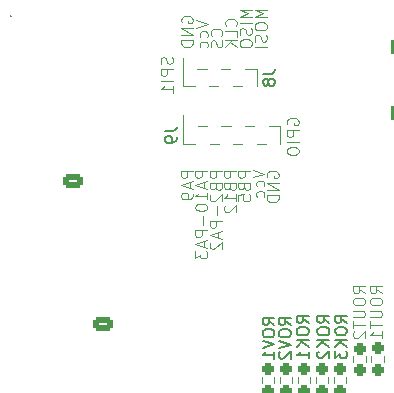
<source format=gbr>
%TF.GenerationSoftware,KiCad,Pcbnew,9.0.4*%
%TF.CreationDate,2025-10-03T18:01:33+02:00*%
%TF.ProjectId,LoraHarvesterBox,4c6f7261-4861-4727-9665-73746572426f,rev?*%
%TF.SameCoordinates,Original*%
%TF.FileFunction,Legend,Bot*%
%TF.FilePolarity,Positive*%
%FSLAX46Y46*%
G04 Gerber Fmt 4.6, Leading zero omitted, Abs format (unit mm)*
G04 Created by KiCad (PCBNEW 9.0.4) date 2025-10-03 18:01:33*
%MOMM*%
%LPD*%
G01*
G04 APERTURE LIST*
G04 Aperture macros list*
%AMRoundRect*
0 Rectangle with rounded corners*
0 $1 Rounding radius*
0 $2 $3 $4 $5 $6 $7 $8 $9 X,Y pos of 4 corners*
0 Add a 4 corners polygon primitive as box body*
4,1,4,$2,$3,$4,$5,$6,$7,$8,$9,$2,$3,0*
0 Add four circle primitives for the rounded corners*
1,1,$1+$1,$2,$3*
1,1,$1+$1,$4,$5*
1,1,$1+$1,$6,$7*
1,1,$1+$1,$8,$9*
0 Add four rect primitives between the rounded corners*
20,1,$1+$1,$2,$3,$4,$5,0*
20,1,$1+$1,$4,$5,$6,$7,0*
20,1,$1+$1,$6,$7,$8,$9,0*
20,1,$1+$1,$8,$9,$2,$3,0*%
G04 Aperture macros list end*
%ADD10C,0.125000*%
%ADD11C,0.100000*%
%ADD12C,0.150000*%
%ADD13C,0.120000*%
%ADD14RoundRect,0.250000X-0.350000X-0.625000X0.350000X-0.625000X0.350000X0.625000X-0.350000X0.625000X0*%
%ADD15O,1.200000X1.750000*%
%ADD16R,1.700000X1.700000*%
%ADD17C,1.700000*%
%ADD18RoundRect,0.250000X-0.625000X0.350000X-0.625000X-0.350000X0.625000X-0.350000X0.625000X0.350000X0*%
%ADD19O,1.750000X1.200000*%
%ADD20C,0.900000*%
%ADD21RoundRect,0.250000X-0.265000X-0.615000X0.265000X-0.615000X0.265000X0.615000X-0.265000X0.615000X0*%
%ADD22O,1.030000X1.730000*%
%ADD23C,2.200000*%
%ADD24RoundRect,0.237500X-0.237500X0.250000X-0.237500X-0.250000X0.237500X-0.250000X0.237500X0.250000X0*%
%ADD25R,0.600000X1.750000*%
%ADD26RoundRect,0.237500X0.237500X-0.250000X0.237500X0.250000X-0.237500X0.250000X-0.237500X-0.250000X0*%
G04 APERTURE END LIST*
D10*
X128188738Y-80584140D02*
X128141119Y-80488902D01*
X128141119Y-80488902D02*
X128141119Y-80346045D01*
X128141119Y-80346045D02*
X128188738Y-80203188D01*
X128188738Y-80203188D02*
X128283976Y-80107950D01*
X128283976Y-80107950D02*
X128379214Y-80060331D01*
X128379214Y-80060331D02*
X128569690Y-80012712D01*
X128569690Y-80012712D02*
X128712547Y-80012712D01*
X128712547Y-80012712D02*
X128903023Y-80060331D01*
X128903023Y-80060331D02*
X128998261Y-80107950D01*
X128998261Y-80107950D02*
X129093500Y-80203188D01*
X129093500Y-80203188D02*
X129141119Y-80346045D01*
X129141119Y-80346045D02*
X129141119Y-80441283D01*
X129141119Y-80441283D02*
X129093500Y-80584140D01*
X129093500Y-80584140D02*
X129045880Y-80631759D01*
X129045880Y-80631759D02*
X128712547Y-80631759D01*
X128712547Y-80631759D02*
X128712547Y-80441283D01*
X129141119Y-81060331D02*
X128141119Y-81060331D01*
X128141119Y-81060331D02*
X129141119Y-81631759D01*
X129141119Y-81631759D02*
X128141119Y-81631759D01*
X129141119Y-82107950D02*
X128141119Y-82107950D01*
X128141119Y-82107950D02*
X128141119Y-82346045D01*
X128141119Y-82346045D02*
X128188738Y-82488902D01*
X128188738Y-82488902D02*
X128283976Y-82584140D01*
X128283976Y-82584140D02*
X128379214Y-82631759D01*
X128379214Y-82631759D02*
X128569690Y-82679378D01*
X128569690Y-82679378D02*
X128712547Y-82679378D01*
X128712547Y-82679378D02*
X128903023Y-82631759D01*
X128903023Y-82631759D02*
X128998261Y-82584140D01*
X128998261Y-82584140D02*
X129093500Y-82488902D01*
X129093500Y-82488902D02*
X129141119Y-82346045D01*
X129141119Y-82346045D02*
X129141119Y-82107950D01*
X120113500Y-70402712D02*
X120161119Y-70545569D01*
X120161119Y-70545569D02*
X120161119Y-70783664D01*
X120161119Y-70783664D02*
X120113500Y-70878902D01*
X120113500Y-70878902D02*
X120065880Y-70926521D01*
X120065880Y-70926521D02*
X119970642Y-70974140D01*
X119970642Y-70974140D02*
X119875404Y-70974140D01*
X119875404Y-70974140D02*
X119780166Y-70926521D01*
X119780166Y-70926521D02*
X119732547Y-70878902D01*
X119732547Y-70878902D02*
X119684928Y-70783664D01*
X119684928Y-70783664D02*
X119637309Y-70593188D01*
X119637309Y-70593188D02*
X119589690Y-70497950D01*
X119589690Y-70497950D02*
X119542071Y-70450331D01*
X119542071Y-70450331D02*
X119446833Y-70402712D01*
X119446833Y-70402712D02*
X119351595Y-70402712D01*
X119351595Y-70402712D02*
X119256357Y-70450331D01*
X119256357Y-70450331D02*
X119208738Y-70497950D01*
X119208738Y-70497950D02*
X119161119Y-70593188D01*
X119161119Y-70593188D02*
X119161119Y-70831283D01*
X119161119Y-70831283D02*
X119208738Y-70974140D01*
X120161119Y-71402712D02*
X119161119Y-71402712D01*
X119161119Y-71402712D02*
X119161119Y-71783664D01*
X119161119Y-71783664D02*
X119208738Y-71878902D01*
X119208738Y-71878902D02*
X119256357Y-71926521D01*
X119256357Y-71926521D02*
X119351595Y-71974140D01*
X119351595Y-71974140D02*
X119494452Y-71974140D01*
X119494452Y-71974140D02*
X119589690Y-71926521D01*
X119589690Y-71926521D02*
X119637309Y-71878902D01*
X119637309Y-71878902D02*
X119684928Y-71783664D01*
X119684928Y-71783664D02*
X119684928Y-71402712D01*
X120161119Y-72402712D02*
X119161119Y-72402712D01*
X120161119Y-73402711D02*
X120161119Y-72831283D01*
X120161119Y-73116997D02*
X119161119Y-73116997D01*
X119161119Y-73116997D02*
X119303976Y-73021759D01*
X119303976Y-73021759D02*
X119399214Y-72926521D01*
X119399214Y-72926521D02*
X119446833Y-72831283D01*
X121891119Y-80060331D02*
X120891119Y-80060331D01*
X120891119Y-80060331D02*
X120891119Y-80441283D01*
X120891119Y-80441283D02*
X120938738Y-80536521D01*
X120938738Y-80536521D02*
X120986357Y-80584140D01*
X120986357Y-80584140D02*
X121081595Y-80631759D01*
X121081595Y-80631759D02*
X121224452Y-80631759D01*
X121224452Y-80631759D02*
X121319690Y-80584140D01*
X121319690Y-80584140D02*
X121367309Y-80536521D01*
X121367309Y-80536521D02*
X121414928Y-80441283D01*
X121414928Y-80441283D02*
X121414928Y-80060331D01*
X121605404Y-81012712D02*
X121605404Y-81488902D01*
X121891119Y-80917474D02*
X120891119Y-81250807D01*
X120891119Y-81250807D02*
X121891119Y-81584140D01*
X121891119Y-81965093D02*
X121891119Y-82155569D01*
X121891119Y-82155569D02*
X121843500Y-82250807D01*
X121843500Y-82250807D02*
X121795880Y-82298426D01*
X121795880Y-82298426D02*
X121653023Y-82393664D01*
X121653023Y-82393664D02*
X121462547Y-82441283D01*
X121462547Y-82441283D02*
X121081595Y-82441283D01*
X121081595Y-82441283D02*
X120986357Y-82393664D01*
X120986357Y-82393664D02*
X120938738Y-82346045D01*
X120938738Y-82346045D02*
X120891119Y-82250807D01*
X120891119Y-82250807D02*
X120891119Y-82060331D01*
X120891119Y-82060331D02*
X120938738Y-81965093D01*
X120938738Y-81965093D02*
X120986357Y-81917474D01*
X120986357Y-81917474D02*
X121081595Y-81869855D01*
X121081595Y-81869855D02*
X121319690Y-81869855D01*
X121319690Y-81869855D02*
X121414928Y-81917474D01*
X121414928Y-81917474D02*
X121462547Y-81965093D01*
X121462547Y-81965093D02*
X121510166Y-82060331D01*
X121510166Y-82060331D02*
X121510166Y-82250807D01*
X121510166Y-82250807D02*
X121462547Y-82346045D01*
X121462547Y-82346045D02*
X121414928Y-82393664D01*
X121414928Y-82393664D02*
X121319690Y-82441283D01*
X128131119Y-66363665D02*
X127131119Y-66363665D01*
X127131119Y-66363665D02*
X127845404Y-66696998D01*
X127845404Y-66696998D02*
X127131119Y-67030331D01*
X127131119Y-67030331D02*
X128131119Y-67030331D01*
X127131119Y-67696998D02*
X127131119Y-67887474D01*
X127131119Y-67887474D02*
X127178738Y-67982712D01*
X127178738Y-67982712D02*
X127273976Y-68077950D01*
X127273976Y-68077950D02*
X127464452Y-68125569D01*
X127464452Y-68125569D02*
X127797785Y-68125569D01*
X127797785Y-68125569D02*
X127988261Y-68077950D01*
X127988261Y-68077950D02*
X128083500Y-67982712D01*
X128083500Y-67982712D02*
X128131119Y-67887474D01*
X128131119Y-67887474D02*
X128131119Y-67696998D01*
X128131119Y-67696998D02*
X128083500Y-67601760D01*
X128083500Y-67601760D02*
X127988261Y-67506522D01*
X127988261Y-67506522D02*
X127797785Y-67458903D01*
X127797785Y-67458903D02*
X127464452Y-67458903D01*
X127464452Y-67458903D02*
X127273976Y-67506522D01*
X127273976Y-67506522D02*
X127178738Y-67601760D01*
X127178738Y-67601760D02*
X127131119Y-67696998D01*
X128083500Y-68506522D02*
X128131119Y-68649379D01*
X128131119Y-68649379D02*
X128131119Y-68887474D01*
X128131119Y-68887474D02*
X128083500Y-68982712D01*
X128083500Y-68982712D02*
X128035880Y-69030331D01*
X128035880Y-69030331D02*
X127940642Y-69077950D01*
X127940642Y-69077950D02*
X127845404Y-69077950D01*
X127845404Y-69077950D02*
X127750166Y-69030331D01*
X127750166Y-69030331D02*
X127702547Y-68982712D01*
X127702547Y-68982712D02*
X127654928Y-68887474D01*
X127654928Y-68887474D02*
X127607309Y-68696998D01*
X127607309Y-68696998D02*
X127559690Y-68601760D01*
X127559690Y-68601760D02*
X127512071Y-68554141D01*
X127512071Y-68554141D02*
X127416833Y-68506522D01*
X127416833Y-68506522D02*
X127321595Y-68506522D01*
X127321595Y-68506522D02*
X127226357Y-68554141D01*
X127226357Y-68554141D02*
X127178738Y-68601760D01*
X127178738Y-68601760D02*
X127131119Y-68696998D01*
X127131119Y-68696998D02*
X127131119Y-68935093D01*
X127131119Y-68935093D02*
X127178738Y-69077950D01*
X128131119Y-69506522D02*
X127131119Y-69506522D01*
X125521119Y-80060331D02*
X124521119Y-80060331D01*
X124521119Y-80060331D02*
X124521119Y-80441283D01*
X124521119Y-80441283D02*
X124568738Y-80536521D01*
X124568738Y-80536521D02*
X124616357Y-80584140D01*
X124616357Y-80584140D02*
X124711595Y-80631759D01*
X124711595Y-80631759D02*
X124854452Y-80631759D01*
X124854452Y-80631759D02*
X124949690Y-80584140D01*
X124949690Y-80584140D02*
X124997309Y-80536521D01*
X124997309Y-80536521D02*
X125044928Y-80441283D01*
X125044928Y-80441283D02*
X125044928Y-80060331D01*
X124997309Y-81393664D02*
X125044928Y-81536521D01*
X125044928Y-81536521D02*
X125092547Y-81584140D01*
X125092547Y-81584140D02*
X125187785Y-81631759D01*
X125187785Y-81631759D02*
X125330642Y-81631759D01*
X125330642Y-81631759D02*
X125425880Y-81584140D01*
X125425880Y-81584140D02*
X125473500Y-81536521D01*
X125473500Y-81536521D02*
X125521119Y-81441283D01*
X125521119Y-81441283D02*
X125521119Y-81060331D01*
X125521119Y-81060331D02*
X124521119Y-81060331D01*
X124521119Y-81060331D02*
X124521119Y-81393664D01*
X124521119Y-81393664D02*
X124568738Y-81488902D01*
X124568738Y-81488902D02*
X124616357Y-81536521D01*
X124616357Y-81536521D02*
X124711595Y-81584140D01*
X124711595Y-81584140D02*
X124806833Y-81584140D01*
X124806833Y-81584140D02*
X124902071Y-81536521D01*
X124902071Y-81536521D02*
X124949690Y-81488902D01*
X124949690Y-81488902D02*
X124997309Y-81393664D01*
X124997309Y-81393664D02*
X124997309Y-81060331D01*
X125521119Y-82584140D02*
X125521119Y-82012712D01*
X125521119Y-82298426D02*
X124521119Y-82298426D01*
X124521119Y-82298426D02*
X124663976Y-82203188D01*
X124663976Y-82203188D02*
X124759214Y-82107950D01*
X124759214Y-82107950D02*
X124806833Y-82012712D01*
X124616357Y-82965093D02*
X124568738Y-83012712D01*
X124568738Y-83012712D02*
X124521119Y-83107950D01*
X124521119Y-83107950D02*
X124521119Y-83346045D01*
X124521119Y-83346045D02*
X124568738Y-83441283D01*
X124568738Y-83441283D02*
X124616357Y-83488902D01*
X124616357Y-83488902D02*
X124711595Y-83536521D01*
X124711595Y-83536521D02*
X124806833Y-83536521D01*
X124806833Y-83536521D02*
X124949690Y-83488902D01*
X124949690Y-83488902D02*
X125521119Y-82917474D01*
X125521119Y-82917474D02*
X125521119Y-83536521D01*
X125505880Y-67744616D02*
X125553500Y-67696997D01*
X125553500Y-67696997D02*
X125601119Y-67554140D01*
X125601119Y-67554140D02*
X125601119Y-67458902D01*
X125601119Y-67458902D02*
X125553500Y-67316045D01*
X125553500Y-67316045D02*
X125458261Y-67220807D01*
X125458261Y-67220807D02*
X125363023Y-67173188D01*
X125363023Y-67173188D02*
X125172547Y-67125569D01*
X125172547Y-67125569D02*
X125029690Y-67125569D01*
X125029690Y-67125569D02*
X124839214Y-67173188D01*
X124839214Y-67173188D02*
X124743976Y-67220807D01*
X124743976Y-67220807D02*
X124648738Y-67316045D01*
X124648738Y-67316045D02*
X124601119Y-67458902D01*
X124601119Y-67458902D02*
X124601119Y-67554140D01*
X124601119Y-67554140D02*
X124648738Y-67696997D01*
X124648738Y-67696997D02*
X124696357Y-67744616D01*
X125601119Y-68649378D02*
X125601119Y-68173188D01*
X125601119Y-68173188D02*
X124601119Y-68173188D01*
X125601119Y-68982712D02*
X124601119Y-68982712D01*
X125601119Y-69554140D02*
X125029690Y-69125569D01*
X124601119Y-69554140D02*
X125172547Y-68982712D01*
X126931119Y-79917474D02*
X127931119Y-80250807D01*
X127931119Y-80250807D02*
X126931119Y-80584140D01*
X127883500Y-81346045D02*
X127931119Y-81250807D01*
X127931119Y-81250807D02*
X127931119Y-81060331D01*
X127931119Y-81060331D02*
X127883500Y-80965093D01*
X127883500Y-80965093D02*
X127835880Y-80917474D01*
X127835880Y-80917474D02*
X127740642Y-80869855D01*
X127740642Y-80869855D02*
X127454928Y-80869855D01*
X127454928Y-80869855D02*
X127359690Y-80917474D01*
X127359690Y-80917474D02*
X127312071Y-80965093D01*
X127312071Y-80965093D02*
X127264452Y-81060331D01*
X127264452Y-81060331D02*
X127264452Y-81250807D01*
X127264452Y-81250807D02*
X127312071Y-81346045D01*
X127883500Y-82203188D02*
X127931119Y-82107950D01*
X127931119Y-82107950D02*
X127931119Y-81917474D01*
X127931119Y-81917474D02*
X127883500Y-81822236D01*
X127883500Y-81822236D02*
X127835880Y-81774617D01*
X127835880Y-81774617D02*
X127740642Y-81726998D01*
X127740642Y-81726998D02*
X127454928Y-81726998D01*
X127454928Y-81726998D02*
X127359690Y-81774617D01*
X127359690Y-81774617D02*
X127312071Y-81822236D01*
X127312071Y-81822236D02*
X127264452Y-81917474D01*
X127264452Y-81917474D02*
X127264452Y-82107950D01*
X127264452Y-82107950D02*
X127312071Y-82203188D01*
D11*
X106433734Y-66835704D02*
X106395639Y-66873800D01*
X106395639Y-66873800D02*
X106433734Y-66911895D01*
X106433734Y-66911895D02*
X106471830Y-66873800D01*
X106471830Y-66873800D02*
X106433734Y-66835704D01*
X106433734Y-66835704D02*
X106433734Y-66911895D01*
D10*
X126731119Y-80060331D02*
X125731119Y-80060331D01*
X125731119Y-80060331D02*
X125731119Y-80441283D01*
X125731119Y-80441283D02*
X125778738Y-80536521D01*
X125778738Y-80536521D02*
X125826357Y-80584140D01*
X125826357Y-80584140D02*
X125921595Y-80631759D01*
X125921595Y-80631759D02*
X126064452Y-80631759D01*
X126064452Y-80631759D02*
X126159690Y-80584140D01*
X126159690Y-80584140D02*
X126207309Y-80536521D01*
X126207309Y-80536521D02*
X126254928Y-80441283D01*
X126254928Y-80441283D02*
X126254928Y-80060331D01*
X126207309Y-81393664D02*
X126254928Y-81536521D01*
X126254928Y-81536521D02*
X126302547Y-81584140D01*
X126302547Y-81584140D02*
X126397785Y-81631759D01*
X126397785Y-81631759D02*
X126540642Y-81631759D01*
X126540642Y-81631759D02*
X126635880Y-81584140D01*
X126635880Y-81584140D02*
X126683500Y-81536521D01*
X126683500Y-81536521D02*
X126731119Y-81441283D01*
X126731119Y-81441283D02*
X126731119Y-81060331D01*
X126731119Y-81060331D02*
X125731119Y-81060331D01*
X125731119Y-81060331D02*
X125731119Y-81393664D01*
X125731119Y-81393664D02*
X125778738Y-81488902D01*
X125778738Y-81488902D02*
X125826357Y-81536521D01*
X125826357Y-81536521D02*
X125921595Y-81584140D01*
X125921595Y-81584140D02*
X126016833Y-81584140D01*
X126016833Y-81584140D02*
X126112071Y-81536521D01*
X126112071Y-81536521D02*
X126159690Y-81488902D01*
X126159690Y-81488902D02*
X126207309Y-81393664D01*
X126207309Y-81393664D02*
X126207309Y-81060331D01*
X125731119Y-82536521D02*
X125731119Y-82060331D01*
X125731119Y-82060331D02*
X126207309Y-82012712D01*
X126207309Y-82012712D02*
X126159690Y-82060331D01*
X126159690Y-82060331D02*
X126112071Y-82155569D01*
X126112071Y-82155569D02*
X126112071Y-82393664D01*
X126112071Y-82393664D02*
X126159690Y-82488902D01*
X126159690Y-82488902D02*
X126207309Y-82536521D01*
X126207309Y-82536521D02*
X126302547Y-82584140D01*
X126302547Y-82584140D02*
X126540642Y-82584140D01*
X126540642Y-82584140D02*
X126635880Y-82536521D01*
X126635880Y-82536521D02*
X126683500Y-82488902D01*
X126683500Y-82488902D02*
X126731119Y-82393664D01*
X126731119Y-82393664D02*
X126731119Y-82155569D01*
X126731119Y-82155569D02*
X126683500Y-82060331D01*
X126683500Y-82060331D02*
X126635880Y-82012712D01*
X120918738Y-67458902D02*
X120871119Y-67363664D01*
X120871119Y-67363664D02*
X120871119Y-67220807D01*
X120871119Y-67220807D02*
X120918738Y-67077950D01*
X120918738Y-67077950D02*
X121013976Y-66982712D01*
X121013976Y-66982712D02*
X121109214Y-66935093D01*
X121109214Y-66935093D02*
X121299690Y-66887474D01*
X121299690Y-66887474D02*
X121442547Y-66887474D01*
X121442547Y-66887474D02*
X121633023Y-66935093D01*
X121633023Y-66935093D02*
X121728261Y-66982712D01*
X121728261Y-66982712D02*
X121823500Y-67077950D01*
X121823500Y-67077950D02*
X121871119Y-67220807D01*
X121871119Y-67220807D02*
X121871119Y-67316045D01*
X121871119Y-67316045D02*
X121823500Y-67458902D01*
X121823500Y-67458902D02*
X121775880Y-67506521D01*
X121775880Y-67506521D02*
X121442547Y-67506521D01*
X121442547Y-67506521D02*
X121442547Y-67316045D01*
X121871119Y-67935093D02*
X120871119Y-67935093D01*
X120871119Y-67935093D02*
X121871119Y-68506521D01*
X121871119Y-68506521D02*
X120871119Y-68506521D01*
X121871119Y-68982712D02*
X120871119Y-68982712D01*
X120871119Y-68982712D02*
X120871119Y-69220807D01*
X120871119Y-69220807D02*
X120918738Y-69363664D01*
X120918738Y-69363664D02*
X121013976Y-69458902D01*
X121013976Y-69458902D02*
X121109214Y-69506521D01*
X121109214Y-69506521D02*
X121299690Y-69554140D01*
X121299690Y-69554140D02*
X121442547Y-69554140D01*
X121442547Y-69554140D02*
X121633023Y-69506521D01*
X121633023Y-69506521D02*
X121728261Y-69458902D01*
X121728261Y-69458902D02*
X121823500Y-69363664D01*
X121823500Y-69363664D02*
X121871119Y-69220807D01*
X121871119Y-69220807D02*
X121871119Y-68982712D01*
X129888738Y-76094140D02*
X129841119Y-75998902D01*
X129841119Y-75998902D02*
X129841119Y-75856045D01*
X129841119Y-75856045D02*
X129888738Y-75713188D01*
X129888738Y-75713188D02*
X129983976Y-75617950D01*
X129983976Y-75617950D02*
X130079214Y-75570331D01*
X130079214Y-75570331D02*
X130269690Y-75522712D01*
X130269690Y-75522712D02*
X130412547Y-75522712D01*
X130412547Y-75522712D02*
X130603023Y-75570331D01*
X130603023Y-75570331D02*
X130698261Y-75617950D01*
X130698261Y-75617950D02*
X130793500Y-75713188D01*
X130793500Y-75713188D02*
X130841119Y-75856045D01*
X130841119Y-75856045D02*
X130841119Y-75951283D01*
X130841119Y-75951283D02*
X130793500Y-76094140D01*
X130793500Y-76094140D02*
X130745880Y-76141759D01*
X130745880Y-76141759D02*
X130412547Y-76141759D01*
X130412547Y-76141759D02*
X130412547Y-75951283D01*
X130841119Y-76570331D02*
X129841119Y-76570331D01*
X129841119Y-76570331D02*
X129841119Y-76951283D01*
X129841119Y-76951283D02*
X129888738Y-77046521D01*
X129888738Y-77046521D02*
X129936357Y-77094140D01*
X129936357Y-77094140D02*
X130031595Y-77141759D01*
X130031595Y-77141759D02*
X130174452Y-77141759D01*
X130174452Y-77141759D02*
X130269690Y-77094140D01*
X130269690Y-77094140D02*
X130317309Y-77046521D01*
X130317309Y-77046521D02*
X130364928Y-76951283D01*
X130364928Y-76951283D02*
X130364928Y-76570331D01*
X130841119Y-77570331D02*
X129841119Y-77570331D01*
X129841119Y-78236997D02*
X129841119Y-78427473D01*
X129841119Y-78427473D02*
X129888738Y-78522711D01*
X129888738Y-78522711D02*
X129983976Y-78617949D01*
X129983976Y-78617949D02*
X130174452Y-78665568D01*
X130174452Y-78665568D02*
X130507785Y-78665568D01*
X130507785Y-78665568D02*
X130698261Y-78617949D01*
X130698261Y-78617949D02*
X130793500Y-78522711D01*
X130793500Y-78522711D02*
X130841119Y-78427473D01*
X130841119Y-78427473D02*
X130841119Y-78236997D01*
X130841119Y-78236997D02*
X130793500Y-78141759D01*
X130793500Y-78141759D02*
X130698261Y-78046521D01*
X130698261Y-78046521D02*
X130507785Y-77998902D01*
X130507785Y-77998902D02*
X130174452Y-77998902D01*
X130174452Y-77998902D02*
X129983976Y-78046521D01*
X129983976Y-78046521D02*
X129888738Y-78141759D01*
X129888738Y-78141759D02*
X129841119Y-78236997D01*
X124285880Y-68601759D02*
X124333500Y-68554140D01*
X124333500Y-68554140D02*
X124381119Y-68411283D01*
X124381119Y-68411283D02*
X124381119Y-68316045D01*
X124381119Y-68316045D02*
X124333500Y-68173188D01*
X124333500Y-68173188D02*
X124238261Y-68077950D01*
X124238261Y-68077950D02*
X124143023Y-68030331D01*
X124143023Y-68030331D02*
X123952547Y-67982712D01*
X123952547Y-67982712D02*
X123809690Y-67982712D01*
X123809690Y-67982712D02*
X123619214Y-68030331D01*
X123619214Y-68030331D02*
X123523976Y-68077950D01*
X123523976Y-68077950D02*
X123428738Y-68173188D01*
X123428738Y-68173188D02*
X123381119Y-68316045D01*
X123381119Y-68316045D02*
X123381119Y-68411283D01*
X123381119Y-68411283D02*
X123428738Y-68554140D01*
X123428738Y-68554140D02*
X123476357Y-68601759D01*
X124333500Y-68982712D02*
X124381119Y-69125569D01*
X124381119Y-69125569D02*
X124381119Y-69363664D01*
X124381119Y-69363664D02*
X124333500Y-69458902D01*
X124333500Y-69458902D02*
X124285880Y-69506521D01*
X124285880Y-69506521D02*
X124190642Y-69554140D01*
X124190642Y-69554140D02*
X124095404Y-69554140D01*
X124095404Y-69554140D02*
X124000166Y-69506521D01*
X124000166Y-69506521D02*
X123952547Y-69458902D01*
X123952547Y-69458902D02*
X123904928Y-69363664D01*
X123904928Y-69363664D02*
X123857309Y-69173188D01*
X123857309Y-69173188D02*
X123809690Y-69077950D01*
X123809690Y-69077950D02*
X123762071Y-69030331D01*
X123762071Y-69030331D02*
X123666833Y-68982712D01*
X123666833Y-68982712D02*
X123571595Y-68982712D01*
X123571595Y-68982712D02*
X123476357Y-69030331D01*
X123476357Y-69030331D02*
X123428738Y-69077950D01*
X123428738Y-69077950D02*
X123381119Y-69173188D01*
X123381119Y-69173188D02*
X123381119Y-69411283D01*
X123381119Y-69411283D02*
X123428738Y-69554140D01*
X122131119Y-67268426D02*
X123131119Y-67601759D01*
X123131119Y-67601759D02*
X122131119Y-67935092D01*
X123083500Y-68696997D02*
X123131119Y-68601759D01*
X123131119Y-68601759D02*
X123131119Y-68411283D01*
X123131119Y-68411283D02*
X123083500Y-68316045D01*
X123083500Y-68316045D02*
X123035880Y-68268426D01*
X123035880Y-68268426D02*
X122940642Y-68220807D01*
X122940642Y-68220807D02*
X122654928Y-68220807D01*
X122654928Y-68220807D02*
X122559690Y-68268426D01*
X122559690Y-68268426D02*
X122512071Y-68316045D01*
X122512071Y-68316045D02*
X122464452Y-68411283D01*
X122464452Y-68411283D02*
X122464452Y-68601759D01*
X122464452Y-68601759D02*
X122512071Y-68696997D01*
X123083500Y-69554140D02*
X123131119Y-69458902D01*
X123131119Y-69458902D02*
X123131119Y-69268426D01*
X123131119Y-69268426D02*
X123083500Y-69173188D01*
X123083500Y-69173188D02*
X123035880Y-69125569D01*
X123035880Y-69125569D02*
X122940642Y-69077950D01*
X122940642Y-69077950D02*
X122654928Y-69077950D01*
X122654928Y-69077950D02*
X122559690Y-69125569D01*
X122559690Y-69125569D02*
X122512071Y-69173188D01*
X122512071Y-69173188D02*
X122464452Y-69268426D01*
X122464452Y-69268426D02*
X122464452Y-69458902D01*
X122464452Y-69458902D02*
X122512071Y-69554140D01*
X124321119Y-80060331D02*
X123321119Y-80060331D01*
X123321119Y-80060331D02*
X123321119Y-80441283D01*
X123321119Y-80441283D02*
X123368738Y-80536521D01*
X123368738Y-80536521D02*
X123416357Y-80584140D01*
X123416357Y-80584140D02*
X123511595Y-80631759D01*
X123511595Y-80631759D02*
X123654452Y-80631759D01*
X123654452Y-80631759D02*
X123749690Y-80584140D01*
X123749690Y-80584140D02*
X123797309Y-80536521D01*
X123797309Y-80536521D02*
X123844928Y-80441283D01*
X123844928Y-80441283D02*
X123844928Y-80060331D01*
X123797309Y-81393664D02*
X123844928Y-81536521D01*
X123844928Y-81536521D02*
X123892547Y-81584140D01*
X123892547Y-81584140D02*
X123987785Y-81631759D01*
X123987785Y-81631759D02*
X124130642Y-81631759D01*
X124130642Y-81631759D02*
X124225880Y-81584140D01*
X124225880Y-81584140D02*
X124273500Y-81536521D01*
X124273500Y-81536521D02*
X124321119Y-81441283D01*
X124321119Y-81441283D02*
X124321119Y-81060331D01*
X124321119Y-81060331D02*
X123321119Y-81060331D01*
X123321119Y-81060331D02*
X123321119Y-81393664D01*
X123321119Y-81393664D02*
X123368738Y-81488902D01*
X123368738Y-81488902D02*
X123416357Y-81536521D01*
X123416357Y-81536521D02*
X123511595Y-81584140D01*
X123511595Y-81584140D02*
X123606833Y-81584140D01*
X123606833Y-81584140D02*
X123702071Y-81536521D01*
X123702071Y-81536521D02*
X123749690Y-81488902D01*
X123749690Y-81488902D02*
X123797309Y-81393664D01*
X123797309Y-81393664D02*
X123797309Y-81060331D01*
X123416357Y-82012712D02*
X123368738Y-82060331D01*
X123368738Y-82060331D02*
X123321119Y-82155569D01*
X123321119Y-82155569D02*
X123321119Y-82393664D01*
X123321119Y-82393664D02*
X123368738Y-82488902D01*
X123368738Y-82488902D02*
X123416357Y-82536521D01*
X123416357Y-82536521D02*
X123511595Y-82584140D01*
X123511595Y-82584140D02*
X123606833Y-82584140D01*
X123606833Y-82584140D02*
X123749690Y-82536521D01*
X123749690Y-82536521D02*
X124321119Y-81965093D01*
X124321119Y-81965093D02*
X124321119Y-82584140D01*
X123940166Y-83012712D02*
X123940166Y-83774617D01*
X124321119Y-84250807D02*
X123321119Y-84250807D01*
X123321119Y-84250807D02*
X123321119Y-84631759D01*
X123321119Y-84631759D02*
X123368738Y-84726997D01*
X123368738Y-84726997D02*
X123416357Y-84774616D01*
X123416357Y-84774616D02*
X123511595Y-84822235D01*
X123511595Y-84822235D02*
X123654452Y-84822235D01*
X123654452Y-84822235D02*
X123749690Y-84774616D01*
X123749690Y-84774616D02*
X123797309Y-84726997D01*
X123797309Y-84726997D02*
X123844928Y-84631759D01*
X123844928Y-84631759D02*
X123844928Y-84250807D01*
X124035404Y-85203188D02*
X124035404Y-85679378D01*
X124321119Y-85107950D02*
X123321119Y-85441283D01*
X123321119Y-85441283D02*
X124321119Y-85774616D01*
X123416357Y-86060331D02*
X123368738Y-86107950D01*
X123368738Y-86107950D02*
X123321119Y-86203188D01*
X123321119Y-86203188D02*
X123321119Y-86441283D01*
X123321119Y-86441283D02*
X123368738Y-86536521D01*
X123368738Y-86536521D02*
X123416357Y-86584140D01*
X123416357Y-86584140D02*
X123511595Y-86631759D01*
X123511595Y-86631759D02*
X123606833Y-86631759D01*
X123606833Y-86631759D02*
X123749690Y-86584140D01*
X123749690Y-86584140D02*
X124321119Y-86012712D01*
X124321119Y-86012712D02*
X124321119Y-86631759D01*
X126861119Y-66363665D02*
X125861119Y-66363665D01*
X125861119Y-66363665D02*
X126575404Y-66696998D01*
X126575404Y-66696998D02*
X125861119Y-67030331D01*
X125861119Y-67030331D02*
X126861119Y-67030331D01*
X126861119Y-67506522D02*
X125861119Y-67506522D01*
X126813500Y-67935093D02*
X126861119Y-68077950D01*
X126861119Y-68077950D02*
X126861119Y-68316045D01*
X126861119Y-68316045D02*
X126813500Y-68411283D01*
X126813500Y-68411283D02*
X126765880Y-68458902D01*
X126765880Y-68458902D02*
X126670642Y-68506521D01*
X126670642Y-68506521D02*
X126575404Y-68506521D01*
X126575404Y-68506521D02*
X126480166Y-68458902D01*
X126480166Y-68458902D02*
X126432547Y-68411283D01*
X126432547Y-68411283D02*
X126384928Y-68316045D01*
X126384928Y-68316045D02*
X126337309Y-68125569D01*
X126337309Y-68125569D02*
X126289690Y-68030331D01*
X126289690Y-68030331D02*
X126242071Y-67982712D01*
X126242071Y-67982712D02*
X126146833Y-67935093D01*
X126146833Y-67935093D02*
X126051595Y-67935093D01*
X126051595Y-67935093D02*
X125956357Y-67982712D01*
X125956357Y-67982712D02*
X125908738Y-68030331D01*
X125908738Y-68030331D02*
X125861119Y-68125569D01*
X125861119Y-68125569D02*
X125861119Y-68363664D01*
X125861119Y-68363664D02*
X125908738Y-68506521D01*
X125861119Y-69125569D02*
X125861119Y-69316045D01*
X125861119Y-69316045D02*
X125908738Y-69411283D01*
X125908738Y-69411283D02*
X126003976Y-69506521D01*
X126003976Y-69506521D02*
X126194452Y-69554140D01*
X126194452Y-69554140D02*
X126527785Y-69554140D01*
X126527785Y-69554140D02*
X126718261Y-69506521D01*
X126718261Y-69506521D02*
X126813500Y-69411283D01*
X126813500Y-69411283D02*
X126861119Y-69316045D01*
X126861119Y-69316045D02*
X126861119Y-69125569D01*
X126861119Y-69125569D02*
X126813500Y-69030331D01*
X126813500Y-69030331D02*
X126718261Y-68935093D01*
X126718261Y-68935093D02*
X126527785Y-68887474D01*
X126527785Y-68887474D02*
X126194452Y-68887474D01*
X126194452Y-68887474D02*
X126003976Y-68935093D01*
X126003976Y-68935093D02*
X125908738Y-69030331D01*
X125908738Y-69030331D02*
X125861119Y-69125569D01*
X123091119Y-80060331D02*
X122091119Y-80060331D01*
X122091119Y-80060331D02*
X122091119Y-80441283D01*
X122091119Y-80441283D02*
X122138738Y-80536521D01*
X122138738Y-80536521D02*
X122186357Y-80584140D01*
X122186357Y-80584140D02*
X122281595Y-80631759D01*
X122281595Y-80631759D02*
X122424452Y-80631759D01*
X122424452Y-80631759D02*
X122519690Y-80584140D01*
X122519690Y-80584140D02*
X122567309Y-80536521D01*
X122567309Y-80536521D02*
X122614928Y-80441283D01*
X122614928Y-80441283D02*
X122614928Y-80060331D01*
X122805404Y-81012712D02*
X122805404Y-81488902D01*
X123091119Y-80917474D02*
X122091119Y-81250807D01*
X122091119Y-81250807D02*
X123091119Y-81584140D01*
X123091119Y-82441283D02*
X123091119Y-81869855D01*
X123091119Y-82155569D02*
X122091119Y-82155569D01*
X122091119Y-82155569D02*
X122233976Y-82060331D01*
X122233976Y-82060331D02*
X122329214Y-81965093D01*
X122329214Y-81965093D02*
X122376833Y-81869855D01*
X122091119Y-83060331D02*
X122091119Y-83155569D01*
X122091119Y-83155569D02*
X122138738Y-83250807D01*
X122138738Y-83250807D02*
X122186357Y-83298426D01*
X122186357Y-83298426D02*
X122281595Y-83346045D01*
X122281595Y-83346045D02*
X122472071Y-83393664D01*
X122472071Y-83393664D02*
X122710166Y-83393664D01*
X122710166Y-83393664D02*
X122900642Y-83346045D01*
X122900642Y-83346045D02*
X122995880Y-83298426D01*
X122995880Y-83298426D02*
X123043500Y-83250807D01*
X123043500Y-83250807D02*
X123091119Y-83155569D01*
X123091119Y-83155569D02*
X123091119Y-83060331D01*
X123091119Y-83060331D02*
X123043500Y-82965093D01*
X123043500Y-82965093D02*
X122995880Y-82917474D01*
X122995880Y-82917474D02*
X122900642Y-82869855D01*
X122900642Y-82869855D02*
X122710166Y-82822236D01*
X122710166Y-82822236D02*
X122472071Y-82822236D01*
X122472071Y-82822236D02*
X122281595Y-82869855D01*
X122281595Y-82869855D02*
X122186357Y-82917474D01*
X122186357Y-82917474D02*
X122138738Y-82965093D01*
X122138738Y-82965093D02*
X122091119Y-83060331D01*
X122710166Y-83822236D02*
X122710166Y-84584141D01*
X123091119Y-85060331D02*
X122091119Y-85060331D01*
X122091119Y-85060331D02*
X122091119Y-85441283D01*
X122091119Y-85441283D02*
X122138738Y-85536521D01*
X122138738Y-85536521D02*
X122186357Y-85584140D01*
X122186357Y-85584140D02*
X122281595Y-85631759D01*
X122281595Y-85631759D02*
X122424452Y-85631759D01*
X122424452Y-85631759D02*
X122519690Y-85584140D01*
X122519690Y-85584140D02*
X122567309Y-85536521D01*
X122567309Y-85536521D02*
X122614928Y-85441283D01*
X122614928Y-85441283D02*
X122614928Y-85060331D01*
X122805404Y-86012712D02*
X122805404Y-86488902D01*
X123091119Y-85917474D02*
X122091119Y-86250807D01*
X122091119Y-86250807D02*
X123091119Y-86584140D01*
X122091119Y-86822236D02*
X122091119Y-87441283D01*
X122091119Y-87441283D02*
X122472071Y-87107950D01*
X122472071Y-87107950D02*
X122472071Y-87250807D01*
X122472071Y-87250807D02*
X122519690Y-87346045D01*
X122519690Y-87346045D02*
X122567309Y-87393664D01*
X122567309Y-87393664D02*
X122662547Y-87441283D01*
X122662547Y-87441283D02*
X122900642Y-87441283D01*
X122900642Y-87441283D02*
X122995880Y-87393664D01*
X122995880Y-87393664D02*
X123043500Y-87346045D01*
X123043500Y-87346045D02*
X123091119Y-87250807D01*
X123091119Y-87250807D02*
X123091119Y-86965093D01*
X123091119Y-86965093D02*
X123043500Y-86869855D01*
X123043500Y-86869855D02*
X122995880Y-86822236D01*
D12*
X131674819Y-92889523D02*
X131198628Y-92556190D01*
X131674819Y-92318095D02*
X130674819Y-92318095D01*
X130674819Y-92318095D02*
X130674819Y-92699047D01*
X130674819Y-92699047D02*
X130722438Y-92794285D01*
X130722438Y-92794285D02*
X130770057Y-92841904D01*
X130770057Y-92841904D02*
X130865295Y-92889523D01*
X130865295Y-92889523D02*
X131008152Y-92889523D01*
X131008152Y-92889523D02*
X131103390Y-92841904D01*
X131103390Y-92841904D02*
X131151009Y-92794285D01*
X131151009Y-92794285D02*
X131198628Y-92699047D01*
X131198628Y-92699047D02*
X131198628Y-92318095D01*
X130674819Y-93508571D02*
X130674819Y-93699047D01*
X130674819Y-93699047D02*
X130722438Y-93794285D01*
X130722438Y-93794285D02*
X130817676Y-93889523D01*
X130817676Y-93889523D02*
X131008152Y-93937142D01*
X131008152Y-93937142D02*
X131341485Y-93937142D01*
X131341485Y-93937142D02*
X131531961Y-93889523D01*
X131531961Y-93889523D02*
X131627200Y-93794285D01*
X131627200Y-93794285D02*
X131674819Y-93699047D01*
X131674819Y-93699047D02*
X131674819Y-93508571D01*
X131674819Y-93508571D02*
X131627200Y-93413333D01*
X131627200Y-93413333D02*
X131531961Y-93318095D01*
X131531961Y-93318095D02*
X131341485Y-93270476D01*
X131341485Y-93270476D02*
X131008152Y-93270476D01*
X131008152Y-93270476D02*
X130817676Y-93318095D01*
X130817676Y-93318095D02*
X130722438Y-93413333D01*
X130722438Y-93413333D02*
X130674819Y-93508571D01*
X131674819Y-94365714D02*
X130674819Y-94365714D01*
X131674819Y-94937142D02*
X131103390Y-94508571D01*
X130674819Y-94937142D02*
X131246247Y-94365714D01*
X131674819Y-95889523D02*
X131674819Y-95318095D01*
X131674819Y-95603809D02*
X130674819Y-95603809D01*
X130674819Y-95603809D02*
X130817676Y-95508571D01*
X130817676Y-95508571D02*
X130912914Y-95413333D01*
X130912914Y-95413333D02*
X130960533Y-95318095D01*
X133424819Y-92889523D02*
X132948628Y-92556190D01*
X133424819Y-92318095D02*
X132424819Y-92318095D01*
X132424819Y-92318095D02*
X132424819Y-92699047D01*
X132424819Y-92699047D02*
X132472438Y-92794285D01*
X132472438Y-92794285D02*
X132520057Y-92841904D01*
X132520057Y-92841904D02*
X132615295Y-92889523D01*
X132615295Y-92889523D02*
X132758152Y-92889523D01*
X132758152Y-92889523D02*
X132853390Y-92841904D01*
X132853390Y-92841904D02*
X132901009Y-92794285D01*
X132901009Y-92794285D02*
X132948628Y-92699047D01*
X132948628Y-92699047D02*
X132948628Y-92318095D01*
X132424819Y-93508571D02*
X132424819Y-93699047D01*
X132424819Y-93699047D02*
X132472438Y-93794285D01*
X132472438Y-93794285D02*
X132567676Y-93889523D01*
X132567676Y-93889523D02*
X132758152Y-93937142D01*
X132758152Y-93937142D02*
X133091485Y-93937142D01*
X133091485Y-93937142D02*
X133281961Y-93889523D01*
X133281961Y-93889523D02*
X133377200Y-93794285D01*
X133377200Y-93794285D02*
X133424819Y-93699047D01*
X133424819Y-93699047D02*
X133424819Y-93508571D01*
X133424819Y-93508571D02*
X133377200Y-93413333D01*
X133377200Y-93413333D02*
X133281961Y-93318095D01*
X133281961Y-93318095D02*
X133091485Y-93270476D01*
X133091485Y-93270476D02*
X132758152Y-93270476D01*
X132758152Y-93270476D02*
X132567676Y-93318095D01*
X132567676Y-93318095D02*
X132472438Y-93413333D01*
X132472438Y-93413333D02*
X132424819Y-93508571D01*
X133424819Y-94365714D02*
X132424819Y-94365714D01*
X133424819Y-94937142D02*
X132853390Y-94508571D01*
X132424819Y-94937142D02*
X132996247Y-94365714D01*
X132520057Y-95318095D02*
X132472438Y-95365714D01*
X132472438Y-95365714D02*
X132424819Y-95460952D01*
X132424819Y-95460952D02*
X132424819Y-95699047D01*
X132424819Y-95699047D02*
X132472438Y-95794285D01*
X132472438Y-95794285D02*
X132520057Y-95841904D01*
X132520057Y-95841904D02*
X132615295Y-95889523D01*
X132615295Y-95889523D02*
X132710533Y-95889523D01*
X132710533Y-95889523D02*
X132853390Y-95841904D01*
X132853390Y-95841904D02*
X133424819Y-95270476D01*
X133424819Y-95270476D02*
X133424819Y-95889523D01*
X127824819Y-71796666D02*
X128539104Y-71796666D01*
X128539104Y-71796666D02*
X128681961Y-71749047D01*
X128681961Y-71749047D02*
X128777200Y-71653809D01*
X128777200Y-71653809D02*
X128824819Y-71510952D01*
X128824819Y-71510952D02*
X128824819Y-71415714D01*
X128253390Y-72415714D02*
X128205771Y-72320476D01*
X128205771Y-72320476D02*
X128158152Y-72272857D01*
X128158152Y-72272857D02*
X128062914Y-72225238D01*
X128062914Y-72225238D02*
X128015295Y-72225238D01*
X128015295Y-72225238D02*
X127920057Y-72272857D01*
X127920057Y-72272857D02*
X127872438Y-72320476D01*
X127872438Y-72320476D02*
X127824819Y-72415714D01*
X127824819Y-72415714D02*
X127824819Y-72606190D01*
X127824819Y-72606190D02*
X127872438Y-72701428D01*
X127872438Y-72701428D02*
X127920057Y-72749047D01*
X127920057Y-72749047D02*
X128015295Y-72796666D01*
X128015295Y-72796666D02*
X128062914Y-72796666D01*
X128062914Y-72796666D02*
X128158152Y-72749047D01*
X128158152Y-72749047D02*
X128205771Y-72701428D01*
X128205771Y-72701428D02*
X128253390Y-72606190D01*
X128253390Y-72606190D02*
X128253390Y-72415714D01*
X128253390Y-72415714D02*
X128301009Y-72320476D01*
X128301009Y-72320476D02*
X128348628Y-72272857D01*
X128348628Y-72272857D02*
X128443866Y-72225238D01*
X128443866Y-72225238D02*
X128634342Y-72225238D01*
X128634342Y-72225238D02*
X128729580Y-72272857D01*
X128729580Y-72272857D02*
X128777200Y-72320476D01*
X128777200Y-72320476D02*
X128824819Y-72415714D01*
X128824819Y-72415714D02*
X128824819Y-72606190D01*
X128824819Y-72606190D02*
X128777200Y-72701428D01*
X128777200Y-72701428D02*
X128729580Y-72749047D01*
X128729580Y-72749047D02*
X128634342Y-72796666D01*
X128634342Y-72796666D02*
X128443866Y-72796666D01*
X128443866Y-72796666D02*
X128348628Y-72749047D01*
X128348628Y-72749047D02*
X128301009Y-72701428D01*
X128301009Y-72701428D02*
X128253390Y-72606190D01*
X128784819Y-93053452D02*
X128308628Y-92720119D01*
X128784819Y-92482024D02*
X127784819Y-92482024D01*
X127784819Y-92482024D02*
X127784819Y-92862976D01*
X127784819Y-92862976D02*
X127832438Y-92958214D01*
X127832438Y-92958214D02*
X127880057Y-93005833D01*
X127880057Y-93005833D02*
X127975295Y-93053452D01*
X127975295Y-93053452D02*
X128118152Y-93053452D01*
X128118152Y-93053452D02*
X128213390Y-93005833D01*
X128213390Y-93005833D02*
X128261009Y-92958214D01*
X128261009Y-92958214D02*
X128308628Y-92862976D01*
X128308628Y-92862976D02*
X128308628Y-92482024D01*
X127784819Y-93672500D02*
X127784819Y-93862976D01*
X127784819Y-93862976D02*
X127832438Y-93958214D01*
X127832438Y-93958214D02*
X127927676Y-94053452D01*
X127927676Y-94053452D02*
X128118152Y-94101071D01*
X128118152Y-94101071D02*
X128451485Y-94101071D01*
X128451485Y-94101071D02*
X128641961Y-94053452D01*
X128641961Y-94053452D02*
X128737200Y-93958214D01*
X128737200Y-93958214D02*
X128784819Y-93862976D01*
X128784819Y-93862976D02*
X128784819Y-93672500D01*
X128784819Y-93672500D02*
X128737200Y-93577262D01*
X128737200Y-93577262D02*
X128641961Y-93482024D01*
X128641961Y-93482024D02*
X128451485Y-93434405D01*
X128451485Y-93434405D02*
X128118152Y-93434405D01*
X128118152Y-93434405D02*
X127927676Y-93482024D01*
X127927676Y-93482024D02*
X127832438Y-93577262D01*
X127832438Y-93577262D02*
X127784819Y-93672500D01*
X127784819Y-94386786D02*
X128784819Y-94720119D01*
X128784819Y-94720119D02*
X127784819Y-95053452D01*
X128784819Y-95910595D02*
X128784819Y-95339167D01*
X128784819Y-95624881D02*
X127784819Y-95624881D01*
X127784819Y-95624881D02*
X127927676Y-95529643D01*
X127927676Y-95529643D02*
X128022914Y-95434405D01*
X128022914Y-95434405D02*
X128070533Y-95339167D01*
D10*
X137896119Y-90374761D02*
X137419928Y-90041428D01*
X137896119Y-89803333D02*
X136896119Y-89803333D01*
X136896119Y-89803333D02*
X136896119Y-90184285D01*
X136896119Y-90184285D02*
X136943738Y-90279523D01*
X136943738Y-90279523D02*
X136991357Y-90327142D01*
X136991357Y-90327142D02*
X137086595Y-90374761D01*
X137086595Y-90374761D02*
X137229452Y-90374761D01*
X137229452Y-90374761D02*
X137324690Y-90327142D01*
X137324690Y-90327142D02*
X137372309Y-90279523D01*
X137372309Y-90279523D02*
X137419928Y-90184285D01*
X137419928Y-90184285D02*
X137419928Y-89803333D01*
X136896119Y-90993809D02*
X136896119Y-91184285D01*
X136896119Y-91184285D02*
X136943738Y-91279523D01*
X136943738Y-91279523D02*
X137038976Y-91374761D01*
X137038976Y-91374761D02*
X137229452Y-91422380D01*
X137229452Y-91422380D02*
X137562785Y-91422380D01*
X137562785Y-91422380D02*
X137753261Y-91374761D01*
X137753261Y-91374761D02*
X137848500Y-91279523D01*
X137848500Y-91279523D02*
X137896119Y-91184285D01*
X137896119Y-91184285D02*
X137896119Y-90993809D01*
X137896119Y-90993809D02*
X137848500Y-90898571D01*
X137848500Y-90898571D02*
X137753261Y-90803333D01*
X137753261Y-90803333D02*
X137562785Y-90755714D01*
X137562785Y-90755714D02*
X137229452Y-90755714D01*
X137229452Y-90755714D02*
X137038976Y-90803333D01*
X137038976Y-90803333D02*
X136943738Y-90898571D01*
X136943738Y-90898571D02*
X136896119Y-90993809D01*
X136896119Y-91850952D02*
X137705642Y-91850952D01*
X137705642Y-91850952D02*
X137800880Y-91898571D01*
X137800880Y-91898571D02*
X137848500Y-91946190D01*
X137848500Y-91946190D02*
X137896119Y-92041428D01*
X137896119Y-92041428D02*
X137896119Y-92231904D01*
X137896119Y-92231904D02*
X137848500Y-92327142D01*
X137848500Y-92327142D02*
X137800880Y-92374761D01*
X137800880Y-92374761D02*
X137705642Y-92422380D01*
X137705642Y-92422380D02*
X136896119Y-92422380D01*
X136896119Y-92755714D02*
X136896119Y-93327142D01*
X137896119Y-93041428D02*
X136896119Y-93041428D01*
X137896119Y-94184285D02*
X137896119Y-93612857D01*
X137896119Y-93898571D02*
X136896119Y-93898571D01*
X136896119Y-93898571D02*
X137038976Y-93803333D01*
X137038976Y-93803333D02*
X137134214Y-93708095D01*
X137134214Y-93708095D02*
X137181833Y-93612857D01*
D12*
X134914819Y-92887023D02*
X134438628Y-92553690D01*
X134914819Y-92315595D02*
X133914819Y-92315595D01*
X133914819Y-92315595D02*
X133914819Y-92696547D01*
X133914819Y-92696547D02*
X133962438Y-92791785D01*
X133962438Y-92791785D02*
X134010057Y-92839404D01*
X134010057Y-92839404D02*
X134105295Y-92887023D01*
X134105295Y-92887023D02*
X134248152Y-92887023D01*
X134248152Y-92887023D02*
X134343390Y-92839404D01*
X134343390Y-92839404D02*
X134391009Y-92791785D01*
X134391009Y-92791785D02*
X134438628Y-92696547D01*
X134438628Y-92696547D02*
X134438628Y-92315595D01*
X133914819Y-93506071D02*
X133914819Y-93696547D01*
X133914819Y-93696547D02*
X133962438Y-93791785D01*
X133962438Y-93791785D02*
X134057676Y-93887023D01*
X134057676Y-93887023D02*
X134248152Y-93934642D01*
X134248152Y-93934642D02*
X134581485Y-93934642D01*
X134581485Y-93934642D02*
X134771961Y-93887023D01*
X134771961Y-93887023D02*
X134867200Y-93791785D01*
X134867200Y-93791785D02*
X134914819Y-93696547D01*
X134914819Y-93696547D02*
X134914819Y-93506071D01*
X134914819Y-93506071D02*
X134867200Y-93410833D01*
X134867200Y-93410833D02*
X134771961Y-93315595D01*
X134771961Y-93315595D02*
X134581485Y-93267976D01*
X134581485Y-93267976D02*
X134248152Y-93267976D01*
X134248152Y-93267976D02*
X134057676Y-93315595D01*
X134057676Y-93315595D02*
X133962438Y-93410833D01*
X133962438Y-93410833D02*
X133914819Y-93506071D01*
X134914819Y-94363214D02*
X133914819Y-94363214D01*
X134914819Y-94934642D02*
X134343390Y-94506071D01*
X133914819Y-94934642D02*
X134486247Y-94363214D01*
X133914819Y-95267976D02*
X133914819Y-95887023D01*
X133914819Y-95887023D02*
X134295771Y-95553690D01*
X134295771Y-95553690D02*
X134295771Y-95696547D01*
X134295771Y-95696547D02*
X134343390Y-95791785D01*
X134343390Y-95791785D02*
X134391009Y-95839404D01*
X134391009Y-95839404D02*
X134486247Y-95887023D01*
X134486247Y-95887023D02*
X134724342Y-95887023D01*
X134724342Y-95887023D02*
X134819580Y-95839404D01*
X134819580Y-95839404D02*
X134867200Y-95791785D01*
X134867200Y-95791785D02*
X134914819Y-95696547D01*
X134914819Y-95696547D02*
X134914819Y-95410833D01*
X134914819Y-95410833D02*
X134867200Y-95315595D01*
X134867200Y-95315595D02*
X134819580Y-95267976D01*
X130164819Y-93060952D02*
X129688628Y-92727619D01*
X130164819Y-92489524D02*
X129164819Y-92489524D01*
X129164819Y-92489524D02*
X129164819Y-92870476D01*
X129164819Y-92870476D02*
X129212438Y-92965714D01*
X129212438Y-92965714D02*
X129260057Y-93013333D01*
X129260057Y-93013333D02*
X129355295Y-93060952D01*
X129355295Y-93060952D02*
X129498152Y-93060952D01*
X129498152Y-93060952D02*
X129593390Y-93013333D01*
X129593390Y-93013333D02*
X129641009Y-92965714D01*
X129641009Y-92965714D02*
X129688628Y-92870476D01*
X129688628Y-92870476D02*
X129688628Y-92489524D01*
X129164819Y-93680000D02*
X129164819Y-93870476D01*
X129164819Y-93870476D02*
X129212438Y-93965714D01*
X129212438Y-93965714D02*
X129307676Y-94060952D01*
X129307676Y-94060952D02*
X129498152Y-94108571D01*
X129498152Y-94108571D02*
X129831485Y-94108571D01*
X129831485Y-94108571D02*
X130021961Y-94060952D01*
X130021961Y-94060952D02*
X130117200Y-93965714D01*
X130117200Y-93965714D02*
X130164819Y-93870476D01*
X130164819Y-93870476D02*
X130164819Y-93680000D01*
X130164819Y-93680000D02*
X130117200Y-93584762D01*
X130117200Y-93584762D02*
X130021961Y-93489524D01*
X130021961Y-93489524D02*
X129831485Y-93441905D01*
X129831485Y-93441905D02*
X129498152Y-93441905D01*
X129498152Y-93441905D02*
X129307676Y-93489524D01*
X129307676Y-93489524D02*
X129212438Y-93584762D01*
X129212438Y-93584762D02*
X129164819Y-93680000D01*
X129164819Y-94394286D02*
X130164819Y-94727619D01*
X130164819Y-94727619D02*
X129164819Y-95060952D01*
X129260057Y-95346667D02*
X129212438Y-95394286D01*
X129212438Y-95394286D02*
X129164819Y-95489524D01*
X129164819Y-95489524D02*
X129164819Y-95727619D01*
X129164819Y-95727619D02*
X129212438Y-95822857D01*
X129212438Y-95822857D02*
X129260057Y-95870476D01*
X129260057Y-95870476D02*
X129355295Y-95918095D01*
X129355295Y-95918095D02*
X129450533Y-95918095D01*
X129450533Y-95918095D02*
X129593390Y-95870476D01*
X129593390Y-95870476D02*
X130164819Y-95299048D01*
X130164819Y-95299048D02*
X130164819Y-95918095D01*
X119524819Y-76651666D02*
X120239104Y-76651666D01*
X120239104Y-76651666D02*
X120381961Y-76604047D01*
X120381961Y-76604047D02*
X120477200Y-76508809D01*
X120477200Y-76508809D02*
X120524819Y-76365952D01*
X120524819Y-76365952D02*
X120524819Y-76270714D01*
X120524819Y-77175476D02*
X120524819Y-77365952D01*
X120524819Y-77365952D02*
X120477200Y-77461190D01*
X120477200Y-77461190D02*
X120429580Y-77508809D01*
X120429580Y-77508809D02*
X120286723Y-77604047D01*
X120286723Y-77604047D02*
X120096247Y-77651666D01*
X120096247Y-77651666D02*
X119715295Y-77651666D01*
X119715295Y-77651666D02*
X119620057Y-77604047D01*
X119620057Y-77604047D02*
X119572438Y-77556428D01*
X119572438Y-77556428D02*
X119524819Y-77461190D01*
X119524819Y-77461190D02*
X119524819Y-77270714D01*
X119524819Y-77270714D02*
X119572438Y-77175476D01*
X119572438Y-77175476D02*
X119620057Y-77127857D01*
X119620057Y-77127857D02*
X119715295Y-77080238D01*
X119715295Y-77080238D02*
X119953390Y-77080238D01*
X119953390Y-77080238D02*
X120048628Y-77127857D01*
X120048628Y-77127857D02*
X120096247Y-77175476D01*
X120096247Y-77175476D02*
X120143866Y-77270714D01*
X120143866Y-77270714D02*
X120143866Y-77461190D01*
X120143866Y-77461190D02*
X120096247Y-77556428D01*
X120096247Y-77556428D02*
X120048628Y-77604047D01*
X120048628Y-77604047D02*
X119953390Y-77651666D01*
D10*
X136446119Y-90374761D02*
X135969928Y-90041428D01*
X136446119Y-89803333D02*
X135446119Y-89803333D01*
X135446119Y-89803333D02*
X135446119Y-90184285D01*
X135446119Y-90184285D02*
X135493738Y-90279523D01*
X135493738Y-90279523D02*
X135541357Y-90327142D01*
X135541357Y-90327142D02*
X135636595Y-90374761D01*
X135636595Y-90374761D02*
X135779452Y-90374761D01*
X135779452Y-90374761D02*
X135874690Y-90327142D01*
X135874690Y-90327142D02*
X135922309Y-90279523D01*
X135922309Y-90279523D02*
X135969928Y-90184285D01*
X135969928Y-90184285D02*
X135969928Y-89803333D01*
X135446119Y-90993809D02*
X135446119Y-91184285D01*
X135446119Y-91184285D02*
X135493738Y-91279523D01*
X135493738Y-91279523D02*
X135588976Y-91374761D01*
X135588976Y-91374761D02*
X135779452Y-91422380D01*
X135779452Y-91422380D02*
X136112785Y-91422380D01*
X136112785Y-91422380D02*
X136303261Y-91374761D01*
X136303261Y-91374761D02*
X136398500Y-91279523D01*
X136398500Y-91279523D02*
X136446119Y-91184285D01*
X136446119Y-91184285D02*
X136446119Y-90993809D01*
X136446119Y-90993809D02*
X136398500Y-90898571D01*
X136398500Y-90898571D02*
X136303261Y-90803333D01*
X136303261Y-90803333D02*
X136112785Y-90755714D01*
X136112785Y-90755714D02*
X135779452Y-90755714D01*
X135779452Y-90755714D02*
X135588976Y-90803333D01*
X135588976Y-90803333D02*
X135493738Y-90898571D01*
X135493738Y-90898571D02*
X135446119Y-90993809D01*
X135446119Y-91850952D02*
X136255642Y-91850952D01*
X136255642Y-91850952D02*
X136350880Y-91898571D01*
X136350880Y-91898571D02*
X136398500Y-91946190D01*
X136398500Y-91946190D02*
X136446119Y-92041428D01*
X136446119Y-92041428D02*
X136446119Y-92231904D01*
X136446119Y-92231904D02*
X136398500Y-92327142D01*
X136398500Y-92327142D02*
X136350880Y-92374761D01*
X136350880Y-92374761D02*
X136255642Y-92422380D01*
X136255642Y-92422380D02*
X135446119Y-92422380D01*
X135446119Y-92755714D02*
X135446119Y-93327142D01*
X136446119Y-93041428D02*
X135446119Y-93041428D01*
X135541357Y-93612857D02*
X135493738Y-93660476D01*
X135493738Y-93660476D02*
X135446119Y-93755714D01*
X135446119Y-93755714D02*
X135446119Y-93993809D01*
X135446119Y-93993809D02*
X135493738Y-94089047D01*
X135493738Y-94089047D02*
X135541357Y-94136666D01*
X135541357Y-94136666D02*
X135636595Y-94184285D01*
X135636595Y-94184285D02*
X135731833Y-94184285D01*
X135731833Y-94184285D02*
X135874690Y-94136666D01*
X135874690Y-94136666D02*
X136446119Y-93565238D01*
X136446119Y-93565238D02*
X136446119Y-94184285D01*
D13*
%TO.C,ROK1*%
X130747500Y-97465276D02*
X130747500Y-97974724D01*
X131792500Y-97465276D02*
X131792500Y-97974724D01*
%TO.C,ROK2*%
X132277500Y-97457776D02*
X132277500Y-97967224D01*
X133322500Y-97457776D02*
X133322500Y-97967224D01*
%TO.C,J8*%
X121050000Y-71380000D02*
X121050000Y-70435000D01*
X121050000Y-71380000D02*
X121050000Y-71380000D01*
X121050000Y-71380000D02*
X121050000Y-72870000D01*
X121050000Y-72870000D02*
X122050000Y-72870000D01*
X122270000Y-71380000D02*
X123050000Y-71380000D01*
X123270000Y-72870000D02*
X124050000Y-72870000D01*
X124270000Y-71380000D02*
X125050000Y-71380000D01*
X125270000Y-72870000D02*
X126050000Y-72870000D01*
X126270000Y-71380000D02*
X127270000Y-71380000D01*
X127270000Y-71380000D02*
X127270000Y-72870000D01*
X127270000Y-72870000D02*
X127270000Y-72870000D01*
%TO.C,ROV1*%
X127697500Y-97467776D02*
X127697500Y-97977224D01*
X128742500Y-97467776D02*
X128742500Y-97977224D01*
%TO.C,ROUT1*%
X136997500Y-96229724D02*
X136997500Y-95720276D01*
X138042500Y-96229724D02*
X138042500Y-95720276D01*
%TO.C,ROK3*%
X133817500Y-97455276D02*
X133817500Y-97964724D01*
X134862500Y-97455276D02*
X134862500Y-97964724D01*
%TO.C,ROV2*%
X129217500Y-97465276D02*
X129217500Y-97974724D01*
X130262500Y-97465276D02*
X130262500Y-97974724D01*
%TO.C,J9*%
X121070000Y-76240000D02*
X121070000Y-75295000D01*
X121070000Y-76240000D02*
X121070000Y-76240000D01*
X121070000Y-76240000D02*
X121070000Y-77730000D01*
X121070000Y-77730000D02*
X122070000Y-77730000D01*
X122290000Y-76240000D02*
X123070000Y-76240000D01*
X123290000Y-77730000D02*
X124070000Y-77730000D01*
X124290000Y-76240000D02*
X125070000Y-76240000D01*
X125290000Y-77730000D02*
X126070000Y-77730000D01*
X126290000Y-76240000D02*
X127070000Y-76240000D01*
X127290000Y-77730000D02*
X128070000Y-77730000D01*
X128290000Y-76240000D02*
X129290000Y-76240000D01*
X129290000Y-76240000D02*
X129290000Y-77730000D01*
X129290000Y-77730000D02*
X129290000Y-77730000D01*
%TO.C,ROUT2*%
X135477500Y-96232224D02*
X135477500Y-95722776D01*
X136522500Y-96232224D02*
X136522500Y-95722776D01*
%TD*%
%LPC*%
D14*
%TO.C,J5*%
X139240000Y-69560000D03*
D15*
X141240000Y-69560000D03*
X143240000Y-69560000D03*
X145240000Y-69560000D03*
%TD*%
D14*
%TO.C,J4*%
X139200000Y-63930000D03*
D15*
X141200000Y-63930000D03*
X143200000Y-63930000D03*
X145200000Y-63930000D03*
%TD*%
D16*
%TO.C,J3*%
X118590000Y-87490000D03*
D17*
X116050000Y-87490000D03*
%TD*%
D18*
%TO.C,J1*%
X114300000Y-92960000D03*
D19*
X114300000Y-94960000D03*
%TD*%
D20*
%TO.C,SW1*%
X104520000Y-69700000D03*
X104520000Y-72700000D03*
%TD*%
D21*
%TO.C,J7*%
X118300000Y-56820000D03*
D22*
X119800000Y-56820000D03*
X121300000Y-56820000D03*
X122800000Y-56820000D03*
%TD*%
D18*
%TO.C,J2*%
X111710000Y-80890000D03*
D19*
X111710000Y-82890000D03*
%TD*%
D14*
%TO.C,J6*%
X139250000Y-75140000D03*
D15*
X141250000Y-75140000D03*
X143250000Y-75140000D03*
X145250000Y-75140000D03*
%TD*%
D23*
%TO.C,H1*%
X124500000Y-61350000D03*
%TD*%
D24*
%TO.C,ROK1*%
X131270000Y-96807500D03*
X131270000Y-98632500D03*
%TD*%
%TO.C,ROK2*%
X132800000Y-96800000D03*
X132800000Y-98625000D03*
%TD*%
D25*
%TO.C,J8*%
X121660000Y-71250000D03*
X122660000Y-73000000D03*
X123660000Y-71250000D03*
X124660000Y-73000000D03*
X125660000Y-71250000D03*
X126660000Y-73000000D03*
%TD*%
D24*
%TO.C,ROV1*%
X128220000Y-96810000D03*
X128220000Y-98635000D03*
%TD*%
D26*
%TO.C,ROUT1*%
X137520000Y-96887500D03*
X137520000Y-95062500D03*
%TD*%
D24*
%TO.C,ROK3*%
X134340000Y-96797500D03*
X134340000Y-98622500D03*
%TD*%
%TO.C,ROV2*%
X129740000Y-96807500D03*
X129740000Y-98632500D03*
%TD*%
D25*
%TO.C,J9*%
X121680000Y-76110000D03*
X122680000Y-77860000D03*
X123680000Y-76110000D03*
X124680000Y-77860000D03*
X125680000Y-76110000D03*
X126680000Y-77860000D03*
X127680000Y-76110000D03*
X128680000Y-77860000D03*
%TD*%
D26*
%TO.C,ROUT2*%
X136000000Y-96890000D03*
X136000000Y-95065000D03*
%TD*%
%LPD*%
M02*

</source>
